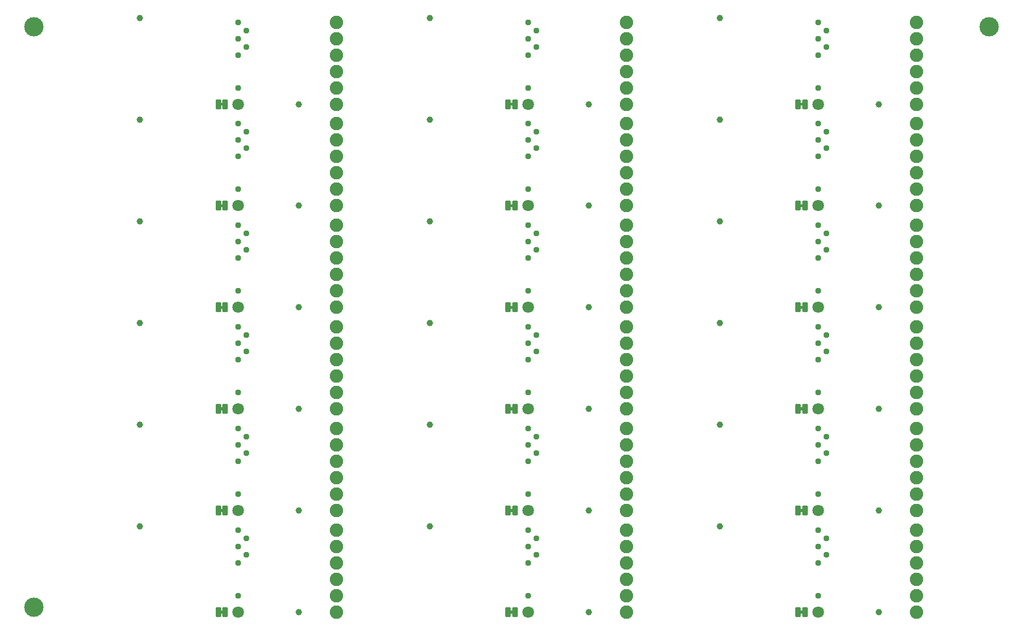
<source format=gbr>
%TF.GenerationSoftware,KiCad,Pcbnew,7.0.6*%
%TF.CreationDate,2023-11-19T12:43:32-07:00*%
%TF.ProjectId,SparkFun_BlueSMiRF-ESP32-PTH_panelized,53706172-6b46-4756-9e5f-426c7565534d,rev?*%
%TF.SameCoordinates,Original*%
%TF.FileFunction,Soldermask,Bot*%
%TF.FilePolarity,Negative*%
%FSLAX46Y46*%
G04 Gerber Fmt 4.6, Leading zero omitted, Abs format (unit mm)*
G04 Created by KiCad (PCBNEW 7.0.6) date 2023-11-19 12:43:32*
%MOMM*%
%LPD*%
G01*
G04 APERTURE LIST*
G04 Aperture macros list*
%AMRoundRect*
0 Rectangle with rounded corners*
0 $1 Rounding radius*
0 $2 $3 $4 $5 $6 $7 $8 $9 X,Y pos of 4 corners*
0 Add a 4 corners polygon primitive as box body*
4,1,4,$2,$3,$4,$5,$6,$7,$8,$9,$2,$3,0*
0 Add four circle primitives for the rounded corners*
1,1,$1+$1,$2,$3*
1,1,$1+$1,$4,$5*
1,1,$1+$1,$6,$7*
1,1,$1+$1,$8,$9*
0 Add four rect primitives between the rounded corners*
20,1,$1+$1,$2,$3,$4,$5,0*
20,1,$1+$1,$4,$5,$6,$7,0*
20,1,$1+$1,$6,$7,$8,$9,0*
20,1,$1+$1,$8,$9,$2,$3,0*%
G04 Aperture macros list end*
%ADD10C,3.000000*%
%ADD11RoundRect,0.476600X0.000000X0.000000X0.000000X0.000000X0.000000X0.000000X0.000000X0.000000X0*%
%ADD12C,1.000000*%
%ADD13RoundRect,0.101600X-0.330200X-0.635000X0.330200X-0.635000X0.330200X0.635000X-0.330200X0.635000X0*%
%ADD14C,2.082800*%
%ADD15C,1.803200*%
G04 APERTURE END LIST*
%TO.C,JP1*%
G36*
X109204000Y79729500D02*
G01*
X108696000Y79729500D01*
X108696000Y80210500D01*
X109204000Y80210500D01*
X109204000Y79729500D01*
G37*
G36*
X109204000Y63989500D02*
G01*
X108696000Y63989500D01*
X108696000Y64470500D01*
X109204000Y64470500D01*
X109204000Y63989500D01*
G37*
G36*
X109204000Y48249500D02*
G01*
X108696000Y48249500D01*
X108696000Y48730500D01*
X109204000Y48730500D01*
X109204000Y48249500D01*
G37*
G36*
X109204000Y32509500D02*
G01*
X108696000Y32509500D01*
X108696000Y32990500D01*
X109204000Y32990500D01*
X109204000Y32509500D01*
G37*
G36*
X109204000Y16769500D02*
G01*
X108696000Y16769500D01*
X108696000Y17250500D01*
X109204000Y17250500D01*
X109204000Y16769500D01*
G37*
G36*
X109204000Y1029500D02*
G01*
X108696000Y1029500D01*
X108696000Y1510500D01*
X109204000Y1510500D01*
X109204000Y1029500D01*
G37*
G36*
X64254000Y79729500D02*
G01*
X63746000Y79729500D01*
X63746000Y80210500D01*
X64254000Y80210500D01*
X64254000Y79729500D01*
G37*
G36*
X64254000Y63989500D02*
G01*
X63746000Y63989500D01*
X63746000Y64470500D01*
X64254000Y64470500D01*
X64254000Y63989500D01*
G37*
G36*
X64254000Y48249500D02*
G01*
X63746000Y48249500D01*
X63746000Y48730500D01*
X64254000Y48730500D01*
X64254000Y48249500D01*
G37*
G36*
X64254000Y32509500D02*
G01*
X63746000Y32509500D01*
X63746000Y32990500D01*
X64254000Y32990500D01*
X64254000Y32509500D01*
G37*
G36*
X64254000Y16769500D02*
G01*
X63746000Y16769500D01*
X63746000Y17250500D01*
X64254000Y17250500D01*
X64254000Y16769500D01*
G37*
G36*
X64254000Y1029500D02*
G01*
X63746000Y1029500D01*
X63746000Y1510500D01*
X64254000Y1510500D01*
X64254000Y1029500D01*
G37*
G36*
X19304000Y79729500D02*
G01*
X18796000Y79729500D01*
X18796000Y80210500D01*
X19304000Y80210500D01*
X19304000Y79729500D01*
G37*
G36*
X19304000Y63989500D02*
G01*
X18796000Y63989500D01*
X18796000Y64470500D01*
X19304000Y64470500D01*
X19304000Y63989500D01*
G37*
G36*
X19304000Y48249500D02*
G01*
X18796000Y48249500D01*
X18796000Y48730500D01*
X19304000Y48730500D01*
X19304000Y48249500D01*
G37*
G36*
X19304000Y32509500D02*
G01*
X18796000Y32509500D01*
X18796000Y32990500D01*
X19304000Y32990500D01*
X19304000Y32509500D01*
G37*
G36*
X19304000Y16769500D02*
G01*
X18796000Y16769500D01*
X18796000Y17250500D01*
X19304000Y17250500D01*
X19304000Y16769500D01*
G37*
G36*
X19304000Y1029500D02*
G01*
X18796000Y1029500D01*
X18796000Y1510500D01*
X19304000Y1510500D01*
X19304000Y1029500D01*
G37*
%TD*%
D10*
%TO.C,*%
X138025000Y91940000D03*
%TD*%
%TO.C,*%
X-10025000Y91940000D03*
%TD*%
%TO.C,*%
X-10025000Y2000000D03*
%TD*%
D11*
%TO.C,TP7*%
X112760000Y91400000D03*
%TD*%
%TO.C,TP7*%
X112760000Y75660000D03*
%TD*%
%TO.C,TP7*%
X112760000Y59920000D03*
%TD*%
%TO.C,TP7*%
X112760000Y44180000D03*
%TD*%
%TO.C,TP7*%
X112760000Y28440000D03*
%TD*%
%TO.C,TP7*%
X112760000Y12700000D03*
%TD*%
%TO.C,TP7*%
X67810000Y91400000D03*
%TD*%
%TO.C,TP7*%
X67810000Y75660000D03*
%TD*%
%TO.C,TP7*%
X67810000Y59920000D03*
%TD*%
%TO.C,TP7*%
X67810000Y44180000D03*
%TD*%
%TO.C,TP7*%
X67810000Y28440000D03*
%TD*%
%TO.C,TP7*%
X67810000Y12700000D03*
%TD*%
%TO.C,TP7*%
X22860000Y91400000D03*
%TD*%
%TO.C,TP7*%
X22860000Y75660000D03*
%TD*%
%TO.C,TP7*%
X22860000Y59920000D03*
%TD*%
%TO.C,TP7*%
X22860000Y44180000D03*
%TD*%
%TO.C,TP7*%
X22860000Y28440000D03*
%TD*%
D12*
%TO.C,FID4*%
X120888000Y79970000D03*
%TD*%
%TO.C,FID4*%
X120888000Y64230000D03*
%TD*%
%TO.C,FID4*%
X120888000Y48490000D03*
%TD*%
%TO.C,FID4*%
X120888000Y32750000D03*
%TD*%
%TO.C,FID4*%
X120888000Y17010000D03*
%TD*%
%TO.C,FID4*%
X120888000Y1270000D03*
%TD*%
%TO.C,FID4*%
X75938000Y79970000D03*
%TD*%
%TO.C,FID4*%
X75938000Y64230000D03*
%TD*%
%TO.C,FID4*%
X75938000Y48490000D03*
%TD*%
%TO.C,FID4*%
X75938000Y32750000D03*
%TD*%
%TO.C,FID4*%
X75938000Y17010000D03*
%TD*%
%TO.C,FID4*%
X75938000Y1270000D03*
%TD*%
%TO.C,FID4*%
X30988000Y79970000D03*
%TD*%
%TO.C,FID4*%
X30988000Y64230000D03*
%TD*%
%TO.C,FID4*%
X30988000Y48490000D03*
%TD*%
%TO.C,FID4*%
X30988000Y32750000D03*
%TD*%
%TO.C,FID4*%
X30988000Y17010000D03*
%TD*%
%TO.C,FID3*%
X96250000Y93305000D03*
%TD*%
%TO.C,FID3*%
X96250000Y77565000D03*
%TD*%
%TO.C,FID3*%
X96250000Y61825000D03*
%TD*%
%TO.C,FID3*%
X96250000Y46085000D03*
%TD*%
%TO.C,FID3*%
X96250000Y30345000D03*
%TD*%
%TO.C,FID3*%
X96250000Y14605000D03*
%TD*%
%TO.C,FID3*%
X51300000Y93305000D03*
%TD*%
%TO.C,FID3*%
X51300000Y77565000D03*
%TD*%
%TO.C,FID3*%
X51300000Y61825000D03*
%TD*%
%TO.C,FID3*%
X51300000Y46085000D03*
%TD*%
%TO.C,FID3*%
X51300000Y30345000D03*
%TD*%
%TO.C,FID3*%
X51300000Y14605000D03*
%TD*%
%TO.C,FID3*%
X6350000Y93305000D03*
%TD*%
%TO.C,FID3*%
X6350000Y77565000D03*
%TD*%
%TO.C,FID3*%
X6350000Y61825000D03*
%TD*%
%TO.C,FID3*%
X6350000Y46085000D03*
%TD*%
%TO.C,FID3*%
X6350000Y30345000D03*
%TD*%
D11*
%TO.C,TP6*%
X111490000Y82510000D03*
%TD*%
%TO.C,TP6*%
X111490000Y66770000D03*
%TD*%
%TO.C,TP6*%
X111490000Y51030000D03*
%TD*%
%TO.C,TP6*%
X111490000Y35290000D03*
%TD*%
%TO.C,TP6*%
X111490000Y19550000D03*
%TD*%
%TO.C,TP6*%
X111490000Y3810000D03*
%TD*%
%TO.C,TP6*%
X66540000Y82510000D03*
%TD*%
%TO.C,TP6*%
X66540000Y66770000D03*
%TD*%
%TO.C,TP6*%
X66540000Y51030000D03*
%TD*%
%TO.C,TP6*%
X66540000Y35290000D03*
%TD*%
%TO.C,TP6*%
X66540000Y19550000D03*
%TD*%
%TO.C,TP6*%
X66540000Y3810000D03*
%TD*%
%TO.C,TP6*%
X21590000Y82510000D03*
%TD*%
%TO.C,TP6*%
X21590000Y66770000D03*
%TD*%
%TO.C,TP6*%
X21590000Y51030000D03*
%TD*%
%TO.C,TP6*%
X21590000Y35290000D03*
%TD*%
%TO.C,TP6*%
X21590000Y19550000D03*
%TD*%
%TO.C,TP3*%
X111490000Y87590000D03*
%TD*%
%TO.C,TP3*%
X111490000Y71850000D03*
%TD*%
%TO.C,TP3*%
X111490000Y56110000D03*
%TD*%
%TO.C,TP3*%
X111490000Y40370000D03*
%TD*%
%TO.C,TP3*%
X111490000Y24630000D03*
%TD*%
%TO.C,TP3*%
X111490000Y8890000D03*
%TD*%
%TO.C,TP3*%
X66540000Y87590000D03*
%TD*%
%TO.C,TP3*%
X66540000Y71850000D03*
%TD*%
%TO.C,TP3*%
X66540000Y56110000D03*
%TD*%
%TO.C,TP3*%
X66540000Y40370000D03*
%TD*%
%TO.C,TP3*%
X66540000Y24630000D03*
%TD*%
%TO.C,TP3*%
X66540000Y8890000D03*
%TD*%
%TO.C,TP3*%
X21590000Y87590000D03*
%TD*%
%TO.C,TP3*%
X21590000Y71850000D03*
%TD*%
%TO.C,TP3*%
X21590000Y56110000D03*
%TD*%
%TO.C,TP3*%
X21590000Y40370000D03*
%TD*%
%TO.C,TP3*%
X21590000Y24630000D03*
%TD*%
%TO.C,TP5*%
X111490000Y90130000D03*
%TD*%
%TO.C,TP5*%
X111490000Y74390000D03*
%TD*%
%TO.C,TP5*%
X111490000Y58650000D03*
%TD*%
%TO.C,TP5*%
X111490000Y42910000D03*
%TD*%
%TO.C,TP5*%
X111490000Y27170000D03*
%TD*%
%TO.C,TP5*%
X111490000Y11430000D03*
%TD*%
%TO.C,TP5*%
X66540000Y90130000D03*
%TD*%
%TO.C,TP5*%
X66540000Y74390000D03*
%TD*%
%TO.C,TP5*%
X66540000Y58650000D03*
%TD*%
%TO.C,TP5*%
X66540000Y42910000D03*
%TD*%
%TO.C,TP5*%
X66540000Y27170000D03*
%TD*%
%TO.C,TP5*%
X66540000Y11430000D03*
%TD*%
%TO.C,TP5*%
X21590000Y90130000D03*
%TD*%
%TO.C,TP5*%
X21590000Y74390000D03*
%TD*%
%TO.C,TP5*%
X21590000Y58650000D03*
%TD*%
%TO.C,TP5*%
X21590000Y42910000D03*
%TD*%
%TO.C,TP5*%
X21590000Y27170000D03*
%TD*%
%TO.C,TP2*%
X111490000Y92670000D03*
%TD*%
%TO.C,TP2*%
X111490000Y76930000D03*
%TD*%
%TO.C,TP2*%
X111490000Y61190000D03*
%TD*%
%TO.C,TP2*%
X111490000Y45450000D03*
%TD*%
%TO.C,TP2*%
X111490000Y29710000D03*
%TD*%
%TO.C,TP2*%
X111490000Y13970000D03*
%TD*%
%TO.C,TP2*%
X66540000Y92670000D03*
%TD*%
%TO.C,TP2*%
X66540000Y76930000D03*
%TD*%
%TO.C,TP2*%
X66540000Y61190000D03*
%TD*%
%TO.C,TP2*%
X66540000Y45450000D03*
%TD*%
%TO.C,TP2*%
X66540000Y29710000D03*
%TD*%
%TO.C,TP2*%
X66540000Y13970000D03*
%TD*%
%TO.C,TP2*%
X21590000Y92670000D03*
%TD*%
%TO.C,TP2*%
X21590000Y76930000D03*
%TD*%
%TO.C,TP2*%
X21590000Y61190000D03*
%TD*%
%TO.C,TP2*%
X21590000Y45450000D03*
%TD*%
%TO.C,TP2*%
X21590000Y29710000D03*
%TD*%
D13*
%TO.C,JP1*%
X108429300Y79970000D03*
X109470700Y79970000D03*
%TD*%
%TO.C,JP1*%
X108429300Y64230000D03*
X109470700Y64230000D03*
%TD*%
%TO.C,JP1*%
X108429300Y48490000D03*
X109470700Y48490000D03*
%TD*%
%TO.C,JP1*%
X108429300Y32750000D03*
X109470700Y32750000D03*
%TD*%
%TO.C,JP1*%
X108429300Y17010000D03*
X109470700Y17010000D03*
%TD*%
%TO.C,JP1*%
X108429300Y1270000D03*
X109470700Y1270000D03*
%TD*%
%TO.C,JP1*%
X63479300Y79970000D03*
X64520700Y79970000D03*
%TD*%
%TO.C,JP1*%
X63479300Y64230000D03*
X64520700Y64230000D03*
%TD*%
%TO.C,JP1*%
X63479300Y48490000D03*
X64520700Y48490000D03*
%TD*%
%TO.C,JP1*%
X63479300Y32750000D03*
X64520700Y32750000D03*
%TD*%
%TO.C,JP1*%
X63479300Y17010000D03*
X64520700Y17010000D03*
%TD*%
%TO.C,JP1*%
X63479300Y1270000D03*
X64520700Y1270000D03*
%TD*%
%TO.C,JP1*%
X18529300Y79970000D03*
X19570700Y79970000D03*
%TD*%
%TO.C,JP1*%
X18529300Y64230000D03*
X19570700Y64230000D03*
%TD*%
%TO.C,JP1*%
X18529300Y48490000D03*
X19570700Y48490000D03*
%TD*%
%TO.C,JP1*%
X18529300Y32750000D03*
X19570700Y32750000D03*
%TD*%
%TO.C,JP1*%
X18529300Y17010000D03*
X19570700Y17010000D03*
%TD*%
D11*
%TO.C,TP4*%
X112760000Y88860000D03*
%TD*%
%TO.C,TP4*%
X112760000Y73120000D03*
%TD*%
%TO.C,TP4*%
X112760000Y57380000D03*
%TD*%
%TO.C,TP4*%
X112760000Y41640000D03*
%TD*%
%TO.C,TP4*%
X112760000Y25900000D03*
%TD*%
%TO.C,TP4*%
X112760000Y10160000D03*
%TD*%
%TO.C,TP4*%
X67810000Y88860000D03*
%TD*%
%TO.C,TP4*%
X67810000Y73120000D03*
%TD*%
%TO.C,TP4*%
X67810000Y57380000D03*
%TD*%
%TO.C,TP4*%
X67810000Y41640000D03*
%TD*%
%TO.C,TP4*%
X67810000Y25900000D03*
%TD*%
%TO.C,TP4*%
X67810000Y10160000D03*
%TD*%
%TO.C,TP4*%
X22860000Y88860000D03*
%TD*%
%TO.C,TP4*%
X22860000Y73120000D03*
%TD*%
%TO.C,TP4*%
X22860000Y57380000D03*
%TD*%
%TO.C,TP4*%
X22860000Y41640000D03*
%TD*%
%TO.C,TP4*%
X22860000Y25900000D03*
%TD*%
D14*
%TO.C,J1*%
X126730000Y92670000D03*
X126730000Y90130000D03*
X126730000Y87590000D03*
X126730000Y85050000D03*
X126730000Y82510000D03*
X126730000Y79970000D03*
%TD*%
%TO.C,J1*%
X126730000Y76930000D03*
X126730000Y74390000D03*
X126730000Y71850000D03*
X126730000Y69310000D03*
X126730000Y66770000D03*
X126730000Y64230000D03*
%TD*%
%TO.C,J1*%
X126730000Y61190000D03*
X126730000Y58650000D03*
X126730000Y56110000D03*
X126730000Y53570000D03*
X126730000Y51030000D03*
X126730000Y48490000D03*
%TD*%
%TO.C,J1*%
X126730000Y45450000D03*
X126730000Y42910000D03*
X126730000Y40370000D03*
X126730000Y37830000D03*
X126730000Y35290000D03*
X126730000Y32750000D03*
%TD*%
%TO.C,J1*%
X126730000Y29710000D03*
X126730000Y27170000D03*
X126730000Y24630000D03*
X126730000Y22090000D03*
X126730000Y19550000D03*
X126730000Y17010000D03*
%TD*%
%TO.C,J1*%
X126730000Y13970000D03*
X126730000Y11430000D03*
X126730000Y8890000D03*
X126730000Y6350000D03*
X126730000Y3810000D03*
X126730000Y1270000D03*
%TD*%
%TO.C,J1*%
X81780000Y92670000D03*
X81780000Y90130000D03*
X81780000Y87590000D03*
X81780000Y85050000D03*
X81780000Y82510000D03*
X81780000Y79970000D03*
%TD*%
%TO.C,J1*%
X81780000Y76930000D03*
X81780000Y74390000D03*
X81780000Y71850000D03*
X81780000Y69310000D03*
X81780000Y66770000D03*
X81780000Y64230000D03*
%TD*%
%TO.C,J1*%
X81780000Y61190000D03*
X81780000Y58650000D03*
X81780000Y56110000D03*
X81780000Y53570000D03*
X81780000Y51030000D03*
X81780000Y48490000D03*
%TD*%
%TO.C,J1*%
X81780000Y45450000D03*
X81780000Y42910000D03*
X81780000Y40370000D03*
X81780000Y37830000D03*
X81780000Y35290000D03*
X81780000Y32750000D03*
%TD*%
%TO.C,J1*%
X81780000Y29710000D03*
X81780000Y27170000D03*
X81780000Y24630000D03*
X81780000Y22090000D03*
X81780000Y19550000D03*
X81780000Y17010000D03*
%TD*%
%TO.C,J1*%
X81780000Y13970000D03*
X81780000Y11430000D03*
X81780000Y8890000D03*
X81780000Y6350000D03*
X81780000Y3810000D03*
X81780000Y1270000D03*
%TD*%
%TO.C,J1*%
X36830000Y92670000D03*
X36830000Y90130000D03*
X36830000Y87590000D03*
X36830000Y85050000D03*
X36830000Y82510000D03*
X36830000Y79970000D03*
%TD*%
%TO.C,J1*%
X36830000Y76930000D03*
X36830000Y74390000D03*
X36830000Y71850000D03*
X36830000Y69310000D03*
X36830000Y66770000D03*
X36830000Y64230000D03*
%TD*%
%TO.C,J1*%
X36830000Y61190000D03*
X36830000Y58650000D03*
X36830000Y56110000D03*
X36830000Y53570000D03*
X36830000Y51030000D03*
X36830000Y48490000D03*
%TD*%
%TO.C,J1*%
X36830000Y45450000D03*
X36830000Y42910000D03*
X36830000Y40370000D03*
X36830000Y37830000D03*
X36830000Y35290000D03*
X36830000Y32750000D03*
%TD*%
%TO.C,J1*%
X36830000Y29710000D03*
X36830000Y27170000D03*
X36830000Y24630000D03*
X36830000Y22090000D03*
X36830000Y19550000D03*
X36830000Y17010000D03*
%TD*%
D15*
%TO.C,TP1*%
X111490000Y79970000D03*
%TD*%
%TO.C,TP1*%
X111490000Y64230000D03*
%TD*%
%TO.C,TP1*%
X111490000Y48490000D03*
%TD*%
%TO.C,TP1*%
X111490000Y32750000D03*
%TD*%
%TO.C,TP1*%
X111490000Y17010000D03*
%TD*%
%TO.C,TP1*%
X111490000Y1270000D03*
%TD*%
%TO.C,TP1*%
X66540000Y79970000D03*
%TD*%
%TO.C,TP1*%
X66540000Y64230000D03*
%TD*%
%TO.C,TP1*%
X66540000Y48490000D03*
%TD*%
%TO.C,TP1*%
X66540000Y32750000D03*
%TD*%
%TO.C,TP1*%
X66540000Y17010000D03*
%TD*%
%TO.C,TP1*%
X66540000Y1270000D03*
%TD*%
%TO.C,TP1*%
X21590000Y79970000D03*
%TD*%
%TO.C,TP1*%
X21590000Y64230000D03*
%TD*%
%TO.C,TP1*%
X21590000Y48490000D03*
%TD*%
%TO.C,TP1*%
X21590000Y32750000D03*
%TD*%
%TO.C,TP1*%
X21590000Y17010000D03*
%TD*%
%TO.C,TP1*%
X21590000Y1270000D03*
%TD*%
D14*
%TO.C,J1*%
X36830000Y13970000D03*
X36830000Y11430000D03*
X36830000Y8890000D03*
X36830000Y6350000D03*
X36830000Y3810000D03*
X36830000Y1270000D03*
%TD*%
D11*
%TO.C,TP4*%
X22860000Y10160000D03*
%TD*%
D13*
%TO.C,JP1*%
X18529300Y1270000D03*
X19570700Y1270000D03*
%TD*%
D11*
%TO.C,TP2*%
X21590000Y13970000D03*
%TD*%
%TO.C,TP5*%
X21590000Y11430000D03*
%TD*%
%TO.C,TP3*%
X21590000Y8890000D03*
%TD*%
%TO.C,TP6*%
X21590000Y3810000D03*
%TD*%
D12*
%TO.C,FID3*%
X6350000Y14605000D03*
%TD*%
%TO.C,FID4*%
X30988000Y1270000D03*
%TD*%
D11*
%TO.C,TP7*%
X22860000Y12700000D03*
%TD*%
M02*

</source>
